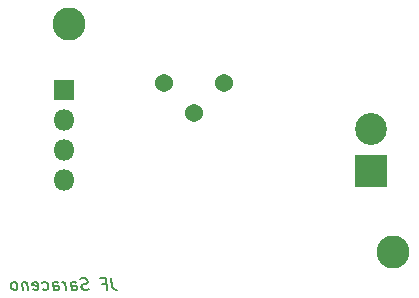
<source format=gbr>
%TF.GenerationSoftware,KiCad,Pcbnew,5.1.6-c6e7f7d~87~ubuntu18.04.1*%
%TF.CreationDate,2021-12-04T00:40:26-08:00*%
%TF.ProjectId,thermocouple-amp,74686572-6d6f-4636-9f75-706c652d616d,rev?*%
%TF.SameCoordinates,Original*%
%TF.FileFunction,Soldermask,Bot*%
%TF.FilePolarity,Negative*%
%FSLAX46Y46*%
G04 Gerber Fmt 4.6, Leading zero omitted, Abs format (unit mm)*
G04 Created by KiCad (PCBNEW 5.1.6-c6e7f7d~87~ubuntu18.04.1) date 2021-12-04 00:40:26*
%MOMM*%
%LPD*%
G01*
G04 APERTURE LIST*
%ADD10C,0.150000*%
%ADD11C,2.700000*%
%ADD12R,2.700000X2.700000*%
%ADD13C,1.540000*%
%ADD14C,2.800000*%
%ADD15O,1.800000X1.800000*%
%ADD16R,1.800000X1.800000*%
G04 APERTURE END LIST*
D10*
X148874032Y-108672380D02*
X148963318Y-109386666D01*
X149028794Y-109529523D01*
X149135937Y-109624761D01*
X149284747Y-109672380D01*
X149379985Y-109672380D01*
X148124032Y-109148571D02*
X148457366Y-109148571D01*
X148522842Y-109672380D02*
X148397842Y-108672380D01*
X147921651Y-108672380D01*
X146945461Y-109624761D02*
X146808556Y-109672380D01*
X146570461Y-109672380D01*
X146469270Y-109624761D01*
X146415699Y-109577142D01*
X146356175Y-109481904D01*
X146344270Y-109386666D01*
X146379985Y-109291428D01*
X146421651Y-109243809D01*
X146510937Y-109196190D01*
X146695461Y-109148571D01*
X146784747Y-109100952D01*
X146826413Y-109053333D01*
X146862127Y-108958095D01*
X146850223Y-108862857D01*
X146790699Y-108767619D01*
X146737127Y-108720000D01*
X146635937Y-108672380D01*
X146397842Y-108672380D01*
X146260937Y-108720000D01*
X145522842Y-109672380D02*
X145457366Y-109148571D01*
X145493080Y-109053333D01*
X145582366Y-109005714D01*
X145772842Y-109005714D01*
X145874032Y-109053333D01*
X145516889Y-109624761D02*
X145618080Y-109672380D01*
X145856175Y-109672380D01*
X145945461Y-109624761D01*
X145981175Y-109529523D01*
X145969270Y-109434285D01*
X145909747Y-109339047D01*
X145808556Y-109291428D01*
X145570461Y-109291428D01*
X145469270Y-109243809D01*
X145046651Y-109672380D02*
X144963318Y-109005714D01*
X144987127Y-109196190D02*
X144927604Y-109100952D01*
X144874032Y-109053333D01*
X144772842Y-109005714D01*
X144677604Y-109005714D01*
X143999032Y-109672380D02*
X143933556Y-109148571D01*
X143969270Y-109053333D01*
X144058556Y-109005714D01*
X144249032Y-109005714D01*
X144350223Y-109053333D01*
X143993080Y-109624761D02*
X144094270Y-109672380D01*
X144332366Y-109672380D01*
X144421651Y-109624761D01*
X144457366Y-109529523D01*
X144445461Y-109434285D01*
X144385937Y-109339047D01*
X144284747Y-109291428D01*
X144046651Y-109291428D01*
X143945461Y-109243809D01*
X143088318Y-109624761D02*
X143189508Y-109672380D01*
X143379985Y-109672380D01*
X143469270Y-109624761D01*
X143510937Y-109577142D01*
X143546651Y-109481904D01*
X143510937Y-109196190D01*
X143451413Y-109100952D01*
X143397842Y-109053333D01*
X143296651Y-109005714D01*
X143106175Y-109005714D01*
X143016889Y-109053333D01*
X142278794Y-109624761D02*
X142379985Y-109672380D01*
X142570461Y-109672380D01*
X142659747Y-109624761D01*
X142695461Y-109529523D01*
X142647842Y-109148571D01*
X142588318Y-109053333D01*
X142487127Y-109005714D01*
X142296651Y-109005714D01*
X142207366Y-109053333D01*
X142171651Y-109148571D01*
X142183556Y-109243809D01*
X142671651Y-109339047D01*
X141725223Y-109005714D02*
X141808556Y-109672380D01*
X141737127Y-109100952D02*
X141683556Y-109053333D01*
X141582366Y-109005714D01*
X141439508Y-109005714D01*
X141350223Y-109053333D01*
X141314508Y-109148571D01*
X141379985Y-109672380D01*
X140760937Y-109672380D02*
X140850223Y-109624761D01*
X140891889Y-109577142D01*
X140927604Y-109481904D01*
X140891889Y-109196190D01*
X140832366Y-109100952D01*
X140778794Y-109053333D01*
X140677604Y-109005714D01*
X140534747Y-109005714D01*
X140445461Y-109053333D01*
X140403794Y-109100952D01*
X140368080Y-109196190D01*
X140403794Y-109481904D01*
X140463318Y-109577142D01*
X140516889Y-109624761D01*
X140618080Y-109672380D01*
X140760937Y-109672380D01*
D11*
%TO.C,TC1*%
X170865800Y-96068000D03*
D12*
X170865800Y-99568000D03*
%TD*%
D13*
%TO.C,RV1*%
X153314400Y-92151200D03*
X155854400Y-94691200D03*
X158394400Y-92151200D03*
%TD*%
D14*
%TO.C,H2*%
X172720000Y-106426000D03*
%TD*%
%TO.C,H1*%
X145288000Y-87122000D03*
%TD*%
D15*
%TO.C,J2*%
X144856200Y-100380800D03*
X144856200Y-97840800D03*
X144856200Y-95300800D03*
D16*
X144856200Y-92760800D03*
%TD*%
M02*

</source>
